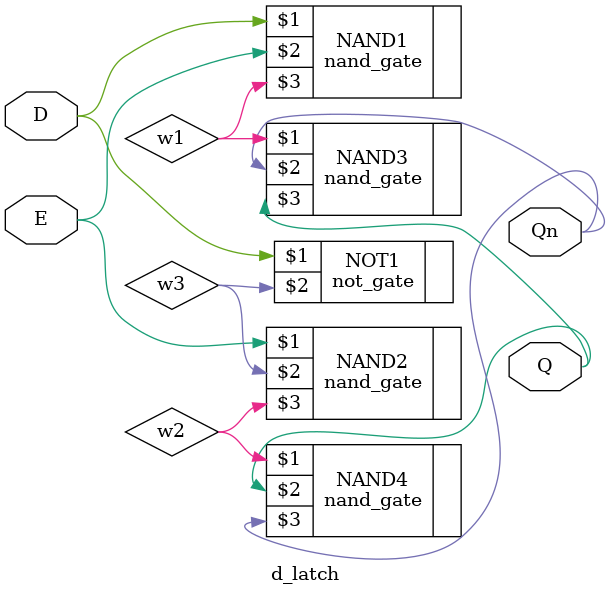
<source format=v>
`timescale 1ns / 1ps


    
//// (* dont_touch="true" *)wire w1,w2;
//// assign w1=Q;
//// assign w2=Qn;
////    assign Q= ~(S & Qn);
////    assign Qn=~(R & Q);
//    NAND NAND2(R,Q,Qn);
//    NAND NAND1(S,Qn,Q);
////(* dont_touch="true" *) wire Q_int, Qn_int;

////assign Q_int = ~(S & Qn_int);
////assign Qn_int = ~(R & Q_int);
////assign Q = Q_int;
////assign Qn = Qn_int;
    
//    endmodule
    
 module d_latch(
    input D,
    input E,
    output Q,
    output Qn);

    (* dont_touch="true" *)wire w1,w2,w3;
    
    not_gate NOT1(D,w3);
    nand_gate NAND1(D,E,w1);
    nand_gate NAND2(E,w3,w2);
    nand_gate NAND3(w1,Qn,Q);
    nand_gate NAND4(w2,Q,Qn);
    
endmodule
</source>
